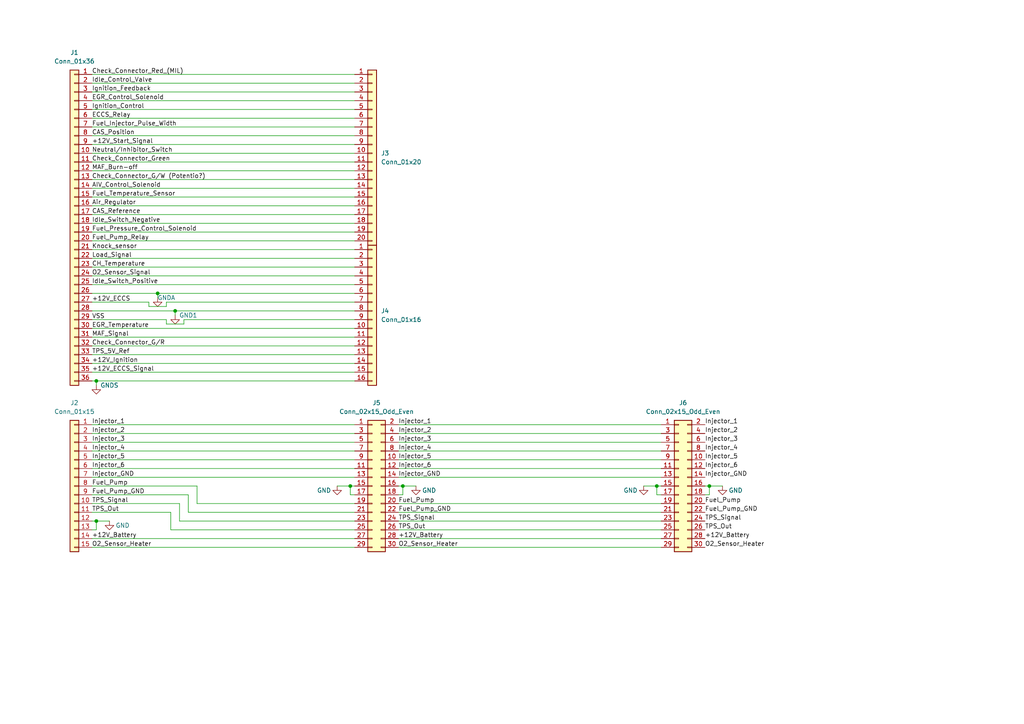
<source format=kicad_sch>
(kicad_sch (version 20230121) (generator eeschema)
  (paper "A4")
  (lib_symbols
    (symbol "Connector_Generic:Conn_01x15" (pin_names (offset 1.016) hide)
      (property "Reference" "J" (at 0 20.32 0))
      (property "Value" "Conn_01x15" (at 0 -20.32 0))
      (symbol "Conn_01x15_1_1"
        (rectangle (start -1.27 -17.653) (end 0 -17.907) (stroke (width 0.1524)))
        (rectangle (start -1.27 -15.113) (end 0 -15.367) (stroke (width 0.1524)))
        (rectangle (start -1.27 -12.573) (end 0 -12.827) (stroke (width 0.1524)))
        (rectangle (start -1.27 -10.033) (end 0 -10.287) (stroke (width 0.1524)))
        (rectangle (start -1.27 -7.493) (end 0 -7.747) (stroke (width 0.1524)))
        (rectangle (start -1.27 -4.953) (end 0 -5.207) (stroke (width 0.1524)))
        (rectangle (start -1.27 -2.413) (end 0 -2.667) (stroke (width 0.1524)))
        (rectangle (start -1.27 0.127) (end 0 -0.127) (stroke (width 0.1524)))
        (rectangle (start -1.27 2.667) (end 0 2.413) (stroke (width 0.1524)))
        (rectangle (start -1.27 5.207) (end 0 4.953) (stroke (width 0.1524)))
        (rectangle (start -1.27 7.747) (end 0 7.493) (stroke (width 0.1524)))
        (rectangle (start -1.27 10.287) (end 0 10.033) (stroke (width 0.1524)))
        (rectangle (start -1.27 12.827) (end 0 12.573) (stroke (width 0.1524)))
        (rectangle (start -1.27 15.367) (end 0 15.113) (stroke (width 0.1524)))
        (rectangle (start -1.27 17.907) (end 0 17.653) (stroke (width 0.1524)))
        (rectangle (start -1.27 19.05) (end 1.27 -19.05) (stroke (width 0.254)) (fill (type background)))
        (pin passive line (at -5.08 17.78 0) (length 3.81) (name "Pin_1") (number "1"))
        (pin passive line (at -5.08 -5.08 0) (length 3.81) (name "Pin_10") (number "10"))
        (pin passive line (at -5.08 -7.62 0) (length 3.81) (name "Pin_11") (number "11"))
        (pin passive line (at -5.08 -10.16 0) (length 3.81) (name "Pin_12") (number "12"))
        (pin passive line (at -5.08 -12.7 0) (length 3.81) (name "Pin_13") (number "13"))
        (pin passive line (at -5.08 -15.24 0) (length 3.81) (name "Pin_14") (number "14"))
        (pin passive line (at -5.08 -17.78 0) (length 3.81) (name "Pin_15") (number "15"))
        (pin passive line (at -5.08 15.24 0) (length 3.81) (name "Pin_2") (number "2"))
        (pin passive line (at -5.08 12.7 0) (length 3.81) (name "Pin_3") (number "3"))
        (pin passive line (at -5.08 10.16 0) (length 3.81) (name "Pin_4") (number "4"))
        (pin passive line (at -5.08 7.62 0) (length 3.81) (name "Pin_5") (number "5"))
        (pin passive line (at -5.08 5.08 0) (length 3.81) (name "Pin_6") (number "6"))
        (pin passive line (at -5.08 2.54 0) (length 3.81) (name "Pin_7") (number "7"))
        (pin passive line (at -5.08 0 0) (length 3.81) (name "Pin_8") (number "8"))
        (pin passive line (at -5.08 -2.54 0) (length 3.81) (name "Pin_9") (number "9"))
      )
    )
    (symbol "Connector_Generic:Conn_01x16" (pin_names (offset 1.016) hide)
      (property "Reference" "J" (at 0 20.32 0))
      (property "Value" "Conn_01x16" (at 0 -22.86 0))
      (symbol "Conn_01x16_1_1"
        (rectangle (start -1.27 -20.193) (end 0 -20.447) (stroke (width 0.1524)))
        (rectangle (start -1.27 -17.653) (end 0 -17.907) (stroke (width 0.1524)))
        (rectangle (start -1.27 -15.113) (end 0 -15.367) (stroke (width 0.1524)))
        (rectangle (start -1.27 -12.573) (end 0 -12.827) (stroke (width 0.1524)))
        (rectangle (start -1.27 -10.033) (end 0 -10.287) (stroke (width 0.1524)))
        (rectangle (start -1.27 -7.493) (end 0 -7.747) (stroke (width 0.1524)))
        (rectangle (start -1.27 -4.953) (end 0 -5.207) (stroke (width 0.1524)))
        (rectangle (start -1.27 -2.413) (end 0 -2.667) (stroke (width 0.1524)))
        (rectangle (start -1.27 0.127) (end 0 -0.127) (stroke (width 0.1524)))
        (rectangle (start -1.27 2.667) (end 0 2.413) (stroke (width 0.1524)))
        (rectangle (start -1.27 5.207) (end 0 4.953) (stroke (width 0.1524)))
        (rectangle (start -1.27 7.747) (end 0 7.493) (stroke (width 0.1524)))
        (rectangle (start -1.27 10.287) (end 0 10.033) (stroke (width 0.1524)))
        (rectangle (start -1.27 12.827) (end 0 12.573) (stroke (width 0.1524)))
        (rectangle (start -1.27 15.367) (end 0 15.113) (stroke (width 0.1524)))
        (rectangle (start -1.27 17.907) (end 0 17.653) (stroke (width 0.1524)))
        (rectangle (start -1.27 19.05) (end 1.27 -21.59) (stroke (width 0.254)) (fill (type background)))
        (pin passive line (at -5.08 17.78 0) (length 3.81) (name "Pin_1") (number "1"))
        (pin passive line (at -5.08 -5.08 0) (length 3.81) (name "Pin_10") (number "10"))
        (pin passive line (at -5.08 -7.62 0) (length 3.81) (name "Pin_11") (number "11"))
        (pin passive line (at -5.08 -10.16 0) (length 3.81) (name "Pin_12") (number "12"))
        (pin passive line (at -5.08 -12.7 0) (length 3.81) (name "Pin_13") (number "13"))
        (pin passive line (at -5.08 -15.24 0) (length 3.81) (name "Pin_14") (number "14"))
        (pin passive line (at -5.08 -17.78 0) (length 3.81) (name "Pin_15") (number "15"))
        (pin passive line (at -5.08 -20.32 0) (length 3.81) (name "Pin_16") (number "16"))
        (pin passive line (at -5.08 15.24 0) (length 3.81) (name "Pin_2") (number "2"))
        (pin passive line (at -5.08 12.7 0) (length 3.81) (name "Pin_3") (number "3"))
        (pin passive line (at -5.08 10.16 0) (length 3.81) (name "Pin_4") (number "4"))
        (pin passive line (at -5.08 7.62 0) (length 3.81) (name "Pin_5") (number "5"))
        (pin passive line (at -5.08 5.08 0) (length 3.81) (name "Pin_6") (number "6"))
        (pin passive line (at -5.08 2.54 0) (length 3.81) (name "Pin_7") (number "7"))
        (pin passive line (at -5.08 0 0) (length 3.81) (name "Pin_8") (number "8"))
        (pin passive line (at -5.08 -2.54 0) (length 3.81) (name "Pin_9") (number "9"))
      )
    )
    (symbol "Connector_Generic:Conn_01x20" (pin_names (offset 1.016) hide)
      (property "Reference" "J" (at 0 25.4 0))
      (property "Value" "Conn_01x20" (at 0 -27.94 0))
      (symbol "Conn_01x20_1_1"
        (rectangle (start -1.27 -25.273) (end 0 -25.527) (stroke (width 0.1524)))
        (rectangle (start -1.27 -22.733) (end 0 -22.987) (stroke (width 0.1524)))
        (rectangle (start -1.27 -20.193) (end 0 -20.447) (stroke (width 0.1524)))
        (rectangle (start -1.27 -17.653) (end 0 -17.907) (stroke (width 0.1524)))
        (rectangle (start -1.27 -15.113) (end 0 -15.367) (stroke (width 0.1524)))
        (rectangle (start -1.27 -12.573) (end 0 -12.827) (stroke (width 0.1524)))
        (rectangle (start -1.27 -10.033) (end 0 -10.287) (stroke (width 0.1524)))
        (rectangle (start -1.27 -7.493) (end 0 -7.747) (stroke (width 0.1524)))
        (rectangle (start -1.27 -4.953) (end 0 -5.207) (stroke (width 0.1524)))
        (rectangle (start -1.27 -2.413) (end 0 -2.667) (stroke (width 0.1524)))
        (rectangle (start -1.27 0.127) (end 0 -0.127) (stroke (width 0.1524)))
        (rectangle (start -1.27 2.667) (end 0 2.413) (stroke (width 0.1524)))
        (rectangle (start -1.27 5.207) (end 0 4.953) (stroke (width 0.1524)))
        (rectangle (start -1.27 7.747) (end 0 7.493) (stroke (width 0.1524)))
        (rectangle (start -1.27 10.287) (end 0 10.033) (stroke (width 0.1524)))
        (rectangle (start -1.27 12.827) (end 0 12.573) (stroke (width 0.1524)))
        (rectangle (start -1.27 15.367) (end 0 15.113) (stroke (width 0.1524)))
        (rectangle (start -1.27 17.907) (end 0 17.653) (stroke (width 0.1524)))
        (rectangle (start -1.27 20.447) (end 0 20.193) (stroke (width 0.1524)))
        (rectangle (start -1.27 22.987) (end 0 22.733) (stroke (width 0.1524)))
        (rectangle (start -1.27 24.13) (end 1.27 -26.67) (stroke (width 0.254)) (fill (type background)))
        (pin passive line (at -5.08 22.86 0) (length 3.81) (name "Pin_1") (number "1"))
        (pin passive line (at -5.08 0 0) (length 3.81) (name "Pin_10") (number "10"))
        (pin passive line (at -5.08 -2.54 0) (length 3.81) (name "Pin_11") (number "11"))
        (pin passive line (at -5.08 -5.08 0) (length 3.81) (name "Pin_12") (number "12"))
        (pin passive line (at -5.08 -7.62 0) (length 3.81) (name "Pin_13") (number "13"))
        (pin passive line (at -5.08 -10.16 0) (length 3.81) (name "Pin_14") (number "14"))
        (pin passive line (at -5.08 -12.7 0) (length 3.81) (name "Pin_15") (number "15"))
        (pin passive line (at -5.08 -15.24 0) (length 3.81) (name "Pin_16") (number "16"))
        (pin passive line (at -5.08 -17.78 0) (length 3.81) (name "Pin_17") (number "17"))
        (pin passive line (at -5.08 -20.32 0) (length 3.81) (name "Pin_18") (number "18"))
        (pin passive line (at -5.08 -22.86 0) (length 3.81) (name "Pin_19") (number "19"))
        (pin passive line (at -5.08 20.32 0) (length 3.81) (name "Pin_2") (number "2"))
        (pin passive line (at -5.08 -25.4 0) (length 3.81) (name "Pin_20") (number "20"))
        (pin passive line (at -5.08 17.78 0) (length 3.81) (name "Pin_3") (number "3"))
        (pin passive line (at -5.08 15.24 0) (length 3.81) (name "Pin_4") (number "4"))
        (pin passive line (at -5.08 12.7 0) (length 3.81) (name "Pin_5") (number "5"))
        (pin passive line (at -5.08 10.16 0) (length 3.81) (name "Pin_6") (number "6"))
        (pin passive line (at -5.08 7.62 0) (length 3.81) (name "Pin_7") (number "7"))
        (pin passive line (at -5.08 5.08 0) (length 3.81) (name "Pin_8") (number "8"))
        (pin passive line (at -5.08 2.54 0) (length 3.81) (name "Pin_9") (number "9"))
      )
    )
    (symbol "Connector_Generic:Conn_01x36" (pin_names (offset 1.016) hide)
      (property "Reference" "J" (at 0 45.72 0))
      (property "Value" "Conn_01x36" (at 0 -48.26 0))
      (symbol "Conn_01x36_1_1"
        (rectangle (start -1.27 -45.593) (end 0 -45.847) (stroke (width 0.1524)))
        (rectangle (start -1.27 -43.053) (end 0 -43.307) (stroke (width 0.1524)))
        (rectangle (start -1.27 -40.513) (end 0 -40.767) (stroke (width 0.1524)))
        (rectangle (start -1.27 -37.973) (end 0 -38.227) (stroke (width 0.1524)))
        (rectangle (start -1.27 -35.433) (end 0 -35.687) (stroke (width 0.1524)))
        (rectangle (start -1.27 -32.893) (end 0 -33.147) (stroke (width 0.1524)))
        (rectangle (start -1.27 -30.353) (end 0 -30.607) (stroke (width 0.1524)))
        (rectangle (start -1.27 -27.813) (end 0 -28.067) (stroke (width 0.1524)))
        (rectangle (start -1.27 -25.273) (end 0 -25.527) (stroke (width 0.1524)))
        (rectangle (start -1.27 -22.733) (end 0 -22.987) (stroke (width 0.1524)))
        (rectangle (start -1.27 -20.193) (end 0 -20.447) (stroke (width 0.1524)))
        (rectangle (start -1.27 -17.653) (end 0 -17.907) (stroke (width 0.1524)))
        (rectangle (start -1.27 -15.113) (end 0 -15.367) (stroke (width 0.1524)))
        (rectangle (start -1.27 -12.573) (end 0 -12.827) (stroke (width 0.1524)))
        (rectangle (start -1.27 -10.033) (end 0 -10.287) (stroke (width 0.1524)))
        (rectangle (start -1.27 -7.493) (end 0 -7.747) (stroke (width 0.1524)))
        (rectangle (start -1.27 -4.953) (end 0 -5.207) (stroke (width 0.1524)))
        (rectangle (start -1.27 -2.413) (end 0 -2.667) (stroke (width 0.1524)))
        (rectangle (start -1.27 0.127) (end 0 -0.127) (stroke (width 0.1524)))
        (rectangle (start -1.27 2.667) (end 0 2.413) (stroke (width 0.1524)))
        (rectangle (start -1.27 5.207) (end 0 4.953) (stroke (width 0.1524)))
        (rectangle (start -1.27 7.747) (end 0 7.493) (stroke (width 0.1524)))
        (rectangle (start -1.27 10.287) (end 0 10.033) (stroke (width 0.1524)))
        (rectangle (start -1.27 12.827) (end 0 12.573) (stroke (width 0.1524)))
        (rectangle (start -1.27 15.367) (end 0 15.113) (stroke (width 0.1524)))
        (rectangle (start -1.27 17.907) (end 0 17.653) (stroke (width 0.1524)))
        (rectangle (start -1.27 20.447) (end 0 20.193) (stroke (width 0.1524)))
        (rectangle (start -1.27 22.987) (end 0 22.733) (stroke (width 0.1524)))
        (rectangle (start -1.27 25.527) (end 0 25.273) (stroke (width 0.1524)))
        (rectangle (start -1.27 28.067) (end 0 27.813) (stroke (width 0.1524)))
        (rectangle (start -1.27 30.607) (end 0 30.353) (stroke (width 0.1524)))
        (rectangle (start -1.27 33.147) (end 0 32.893) (stroke (width 0.1524)))
        (rectangle (start -1.27 35.687) (end 0 35.433) (stroke (width 0.1524)))
        (rectangle (start -1.27 38.227) (end 0 37.973) (stroke (width 0.1524)))
        (rectangle (start -1.27 40.767) (end 0 40.513) (stroke (width 0.1524)))
        (rectangle (start -1.27 43.307) (end 0 43.053) (stroke (width 0.1524)))
        (rectangle (start -1.27 44.45) (end 1.27 -46.99) (stroke (width 0.254)) (fill (type background)))
        (pin passive line (at -5.08 43.18 0) (length 3.81) (name "Pin_1") (number "1"))
        (pin passive line (at -5.08 20.32 0) (length 3.81) (name "Pin_10") (number "10"))
        (pin passive line (at -5.08 17.78 0) (length 3.81) (name "Pin_11") (number "11"))
        (pin passive line (at -5.08 15.24 0) (length 3.81) (name "Pin_12") (number "12"))
        (pin passive line (at -5.08 12.7 0) (length 3.81) (name "Pin_13") (number "13"))
        (pin passive line (at -5.08 10.16 0) (length 3.81) (name "Pin_14") (number "14"))
        (pin passive line (at -5.08 7.62 0) (length 3.81) (name "Pin_15") (number "15"))
        (pin passive line (at -5.08 5.08 0) (length 3.81) (name "Pin_16") (number "16"))
        (pin passive line (at -5.08 2.54 0) (length 3.81) (name "Pin_17") (number "17"))
        (pin passive line (at -5.08 0 0) (length 3.81) (name "Pin_18") (number "18"))
        (pin passive line (at -5.08 -2.54 0) (length 3.81) (name "Pin_19") (number "19"))
        (pin passive line (at -5.08 40.64 0) (length 3.81) (name "Pin_2") (number "2"))
        (pin passive line (at -5.08 -5.08 0) (length 3.81) (name "Pin_20") (number "20"))
        (pin passive line (at -5.08 -7.62 0) (length 3.81) (name "Pin_21") (number "21"))
        (pin passive line (at -5.08 -10.16 0) (length 3.81) (name "Pin_22") (number "22"))
        (pin passive line (at -5.08 -12.7 0) (length 3.81) (name "Pin_23") (number "23"))
        (pin passive line (at -5.08 -15.24 0) (length 3.81) (name "Pin_24") (number "24"))
        (pin passive line (at -5.08 -17.78 0) (length 3.81) (name "Pin_25") (number "25"))
        (pin passive line (at -5.08 -20.32 0) (length 3.81) (name "Pin_26") (number "26"))
        (pin passive line (at -5.08 -22.86 0) (length 3.81) (name "Pin_27") (number "27"))
        (pin passive line (at -5.08 -25.4 0) (length 3.81) (name "Pin_28") (number "28"))
        (pin passive line (at -5.08 -27.94 0) (length 3.81) (name "Pin_29") (number "29"))
        (pin passive line (at -5.08 38.1 0) (length 3.81) (name "Pin_3") (number "3"))
        (pin passive line (at -5.08 -30.48 0) (length 3.81) (name "Pin_30") (number "30"))
        (pin passive line (at -5.08 -33.02 0) (length 3.81) (name "Pin_31") (number "31"))
        (pin passive line (at -5.08 -35.56 0) (length 3.81) (name "Pin_32") (number "32"))
        (pin passive line (at -5.08 -38.1 0) (length 3.81) (name "Pin_33") (number "33"))
        (pin passive line (at -5.08 -40.64 0) (length 3.81) (name "Pin_34") (number "34"))
        (pin passive line (at -5.08 -43.18 0) (length 3.81) (name "Pin_35") (number "35"))
        (pin passive line (at -5.08 -45.72 0) (length 3.81) (name "Pin_36") (number "36"))
        (pin passive line (at -5.08 35.56 0) (length 3.81) (name "Pin_4") (number "4"))
        (pin passive line (at -5.08 33.02 0) (length 3.81) (name "Pin_5") (number "5"))
        (pin passive line (at -5.08 30.48 0) (length 3.81) (name "Pin_6") (number "6"))
        (pin passive line (at -5.08 27.94 0) (length 3.81) (name "Pin_7") (number "7"))
        (pin passive line (at -5.08 25.4 0) (length 3.81) (name "Pin_8") (number "8"))
        (pin passive line (at -5.08 22.86 0) (length 3.81) (name "Pin_9") (number "9"))
      )
    )
    (symbol "Connector_Generic:Conn_02x15_Odd_Even" (pin_names (offset 1.016) hide)
      (property "Reference" "J" (at 1.27 20.32 0))
      (property "Value" "Conn_02x15_Odd_Even" (at 1.27 -20.32 0))
      (symbol "Conn_02x15_Odd_Even_1_1"
        (rectangle (start -1.27 -17.653) (end 0 -17.907) (stroke (width 0.1524)))
        (rectangle (start -1.27 -15.113) (end 0 -15.367) (stroke (width 0.1524)))
        (rectangle (start -1.27 -12.573) (end 0 -12.827) (stroke (width 0.1524)))
        (rectangle (start -1.27 -10.033) (end 0 -10.287) (stroke (width 0.1524)))
        (rectangle (start -1.27 -7.493) (end 0 -7.747) (stroke (width 0.1524)))
        (rectangle (start -1.27 -4.953) (end 0 -5.207) (stroke (width 0.1524)))
        (rectangle (start -1.27 -2.413) (end 0 -2.667) (stroke (width 0.1524)))
        (rectangle (start -1.27 0.127) (end 0 -0.127) (stroke (width 0.1524)))
        (rectangle (start -1.27 2.667) (end 0 2.413) (stroke (width 0.1524)))
        (rectangle (start -1.27 5.207) (end 0 4.953) (stroke (width 0.1524)))
        (rectangle (start -1.27 7.747) (end 0 7.493) (stroke (width 0.1524)))
        (rectangle (start -1.27 10.287) (end 0 10.033) (stroke (width 0.1524)))
        (rectangle (start -1.27 12.827) (end 0 12.573) (stroke (width 0.1524)))
        (rectangle (start -1.27 15.367) (end 0 15.113) (stroke (width 0.1524)))
        (rectangle (start -1.27 17.907) (end 0 17.653) (stroke (width 0.1524)))
        (rectangle (start -1.27 19.05) (end 3.81 -19.05) (stroke (width 0.254)) (fill (type background)))
        (rectangle (start 3.81 -17.653) (end 2.54 -17.907) (stroke (width 0.1524)))
        (rectangle (start 3.81 -15.113) (end 2.54 -15.367) (stroke (width 0.1524)))
        (rectangle (start 3.81 -12.573) (end 2.54 -12.827) (stroke (width 0.1524)))
        (rectangle (start 3.81 -10.033) (end 2.54 -10.287) (stroke (width 0.1524)))
        (rectangle (start 3.81 -7.493) (end 2.54 -7.747) (stroke (width 0.1524)))
        (rectangle (start 3.81 -4.953) (end 2.54 -5.207) (stroke (width 0.1524)))
        (rectangle (start 3.81 -2.413) (end 2.54 -2.667) (stroke (width 0.1524)))
        (rectangle (start 3.81 0.127) (end 2.54 -0.127) (stroke (width 0.1524)))
        (rectangle (start 3.81 2.667) (end 2.54 2.413) (stroke (width 0.1524)))
        (rectangle (start 3.81 5.207) (end 2.54 4.953) (stroke (width 0.1524)))
        (rectangle (start 3.81 7.747) (end 2.54 7.493) (stroke (width 0.1524)))
        (rectangle (start 3.81 10.287) (end 2.54 10.033) (stroke (width 0.1524)))
        (rectangle (start 3.81 12.827) (end 2.54 12.573) (stroke (width 0.1524)))
        (rectangle (start 3.81 15.367) (end 2.54 15.113) (stroke (width 0.1524)))
        (rectangle (start 3.81 17.907) (end 2.54 17.653) (stroke (width 0.1524)))
        (pin passive line (at -5.08 17.78 0) (length 3.81) (name "Pin_1") (number "1"))
        (pin passive line (at 7.62 7.62 180) (length 3.81) (name "Pin_10") (number "10"))
        (pin passive line (at -5.08 5.08 0) (length 3.81) (name "Pin_11") (number "11"))
        (pin passive line (at 7.62 5.08 180) (length 3.81) (name "Pin_12") (number "12"))
        (pin passive line (at -5.08 2.54 0) (length 3.81) (name "Pin_13") (number "13"))
        (pin passive line (at 7.62 2.54 180) (length 3.81) (name "Pin_14") (number "14"))
        (pin passive line (at -5.08 0 0) (length 3.81) (name "Pin_15") (number "15"))
        (pin passive line (at 7.62 0 180) (length 3.81) (name "Pin_16") (number "16"))
        (pin passive line (at -5.08 -2.54 0) (length 3.81) (name "Pin_17") (number "17"))
        (pin passive line (at 7.62 -2.54 180) (length 3.81) (name "Pin_18") (number "18"))
        (pin passive line (at -5.08 -5.08 0) (length 3.81) (name "Pin_19") (number "19"))
        (pin passive line (at 7.62 17.78 180) (length 3.81) (name "Pin_2") (number "2"))
        (pin passive line (at 7.62 -5.08 180) (length 3.81) (name "Pin_20") (number "20"))
        (pin passive line (at -5.08 -7.62 0) (length 3.81) (name "Pin_21") (number "21"))
        (pin passive line (at 7.62 -7.62 180) (length 3.81) (name "Pin_22") (number "22"))
        (pin passive line (at -5.08 -10.16 0) (length 3.81) (name "Pin_23") (number "23"))
        (pin passive line (at 7.62 -10.16 180) (length 3.81) (name "Pin_24") (number "24"))
        (pin passive line (at -5.08 -12.7 0) (length 3.81) (name "Pin_25") (number "25"))
        (pin passive line (at 7.62 -12.7 180) (length 3.81) (name "Pin_26") (number "26"))
        (pin passive line (at -5.08 -15.24 0) (length 3.81) (name "Pin_27") (number "27"))
        (pin passive line (at 7.62 -15.24 180) (length 3.81) (name "Pin_28") (number "28"))
        (pin passive line (at -5.08 -17.78 0) (length 3.81) (name "Pin_29") (number "29"))
        (pin passive line (at -5.08 15.24 0) (length 3.81) (name "Pin_3") (number "3"))
        (pin passive line (at 7.62 -17.78 180) (length 3.81) (name "Pin_30") (number "30"))
        (pin passive line (at 7.62 15.24 180) (length 3.81) (name "Pin_4") (number "4"))
        (pin passive line (at -5.08 12.7 0) (length 3.81) (name "Pin_5") (number "5"))
        (pin passive line (at 7.62 12.7 180) (length 3.81) (name "Pin_6") (number "6"))
        (pin passive line (at -5.08 10.16 0) (length 3.81) (name "Pin_7") (number "7"))
        (pin passive line (at 7.62 10.16 180) (length 3.81) (name "Pin_8") (number "8"))
        (pin passive line (at -5.08 7.62 0) (length 3.81) (name "Pin_9") (number "9"))
      )
    )
    (symbol "power:GND" (power) (pin_names (offset 0))
      (property "Value" "GND" (at 0 -3.81 0))
      (symbol "GND_0_1"
        (polyline (pts (xy 0 0) (xy 0 -1.27) (xy 1.27 -1.27) (xy 0 -2.54) (xy -1.27 -1.27) (xy 0 -1.27)))
      )
      (symbol "GND_1_1"
        (pin power_in line (at 0 0 270) (length 0) hide (name "GND") (number "1"))
      )
    )
    (symbol "power:GND1" (power) (pin_names (offset 0))
      (property "Value" "GND1" (at 0 -3.81 0))
      (symbol "GND1_0_1"
        (polyline (pts (xy 0 0) (xy 0 -1.27) (xy 1.27 -1.27) (xy 0 -2.54) (xy -1.27 -1.27) (xy 0 -1.27)))
      )
      (symbol "GND1_1_1"
        (pin power_in line (at 0 0 270) (length 0) hide (name "GND1") (number "1"))
      )
    )
    (symbol "power:GNDA" (power) (pin_names (offset 0))
      (property "Value" "GNDA" (at 0 -3.81 0))
      (symbol "GNDA_0_1"
        (polyline (pts (xy 0 0) (xy 0 -1.27) (xy 1.27 -1.27) (xy 0 -2.54) (xy -1.27 -1.27) (xy 0 -1.27)))
      )
      (symbol "GNDA_1_1"
        (pin power_in line (at 0 0 270) (length 0) hide (name "GNDA") (number "1"))
      )
    )
    (symbol "power:GNDS" (power) (pin_names (offset 0))
      (property "Value" "GNDS" (at 0 -3.81 0))
      (symbol "GNDS_0_1"
        (polyline (pts (xy 0 0) (xy 0 -1.27) (xy 1.27 -1.27) (xy 0 -2.54) (xy -1.27 -1.27) (xy 0 -1.27)))
      )
      (symbol "GNDS_1_1"
        (pin power_in line (at 0 0 270) (length 0) hide (name "GNDS") (number "1"))
      )
    )
  )
  (junction (at 50.8 90.17))
  (junction (at 205.74 140.97))
  (junction (at 116.84 140.97))
  (junction (at 45.72 85.09))
  (junction (at 27.94 151.13))
  (junction (at 190.5 140.97))
  (junction (at 101.6 140.97))
  (junction (at 27.94 110.49))
  (wire (pts (xy 26.67 24.13) (xy 102.87 24.13)))
  (wire (pts (xy 191.77 143.51) (xy 190.5 143.51)))
  (wire (pts (xy 115.57 158.75) (xy 191.77 158.75)))
  (wire (pts (xy 26.67 87.63) (xy 43.18 87.63)))
  (wire (pts (xy 26.67 140.97) (xy 57.15 140.97)))
  (wire (pts (xy 26.67 29.21) (xy 102.87 29.21)))
  (wire (pts (xy 115.57 153.67) (xy 191.77 153.67)))
  (wire (pts (xy 26.67 80.01) (xy 102.87 80.01)))
  (wire (pts (xy 26.67 69.85) (xy 102.87 69.85)))
  (wire (pts (xy 26.67 156.21) (xy 102.87 156.21)))
  (wire (pts (xy 115.57 123.19) (xy 191.77 123.19)))
  (wire (pts (xy 26.67 72.39) (xy 102.87 72.39)))
  (wire (pts (xy 26.67 49.53) (xy 102.87 49.53)))
  (wire (pts (xy 26.67 107.95) (xy 102.87 107.95)))
  (wire (pts (xy 26.67 82.55) (xy 102.87 82.55)))
  (wire (pts (xy 54.61 143.51) (xy 26.67 143.51)))
  (wire (pts (xy 26.67 59.69) (xy 102.87 59.69)))
  (wire (pts (xy 102.87 153.67) (xy 49.53 153.67)))
  (wire (pts (xy 57.15 146.05) (xy 102.87 146.05)))
  (wire (pts (xy 26.67 67.31) (xy 102.87 67.31)))
  (wire (pts (xy 26.67 36.83) (xy 102.87 36.83)))
  (wire (pts (xy 102.87 140.97) (xy 101.6 140.97)))
  (wire (pts (xy 115.57 130.81) (xy 191.77 130.81)))
  (wire (pts (xy 26.67 21.59) (xy 102.87 21.59)))
  (wire (pts (xy 115.57 148.59) (xy 191.77 148.59)))
  (wire (pts (xy 191.77 140.97) (xy 190.5 140.97)))
  (wire (pts (xy 116.84 140.97) (xy 116.84 143.51)))
  (wire (pts (xy 26.67 138.43) (xy 102.87 138.43)))
  (wire (pts (xy 45.72 85.09) (xy 102.87 85.09)))
  (wire (pts (xy 190.5 140.97) (xy 190.5 143.51)))
  (wire (pts (xy 115.57 143.51) (xy 116.84 143.51)))
  (wire (pts (xy 26.67 110.49) (xy 27.94 110.49)))
  (wire (pts (xy 49.53 153.67) (xy 49.53 148.59)))
  (wire (pts (xy 27.94 151.13) (xy 31.75 151.13)))
  (wire (pts (xy 50.8 90.17) (xy 102.87 90.17)))
  (wire (pts (xy 43.18 88.9) (xy 48.26 88.9)))
  (wire (pts (xy 26.67 135.89) (xy 102.87 135.89)))
  (wire (pts (xy 204.47 140.97) (xy 205.74 140.97)))
  (wire (pts (xy 26.67 39.37) (xy 102.87 39.37)))
  (wire (pts (xy 48.26 92.71) (xy 48.26 93.98)))
  (wire (pts (xy 205.74 140.97) (xy 209.55 140.97)))
  (wire (pts (xy 115.57 146.05) (xy 191.77 146.05)))
  (wire (pts (xy 204.47 143.51) (xy 205.74 143.51)))
  (wire (pts (xy 26.67 74.93) (xy 102.87 74.93)))
  (wire (pts (xy 115.57 128.27) (xy 191.77 128.27)))
  (wire (pts (xy 48.26 93.98) (xy 53.34 93.98)))
  (wire (pts (xy 27.94 151.13) (xy 27.94 153.67)))
  (wire (pts (xy 26.67 85.09) (xy 45.72 85.09)))
  (wire (pts (xy 52.07 146.05) (xy 52.07 151.13)))
  (wire (pts (xy 26.67 62.23) (xy 102.87 62.23)))
  (wire (pts (xy 53.34 93.98) (xy 53.34 92.71)))
  (wire (pts (xy 26.67 128.27) (xy 102.87 128.27)))
  (wire (pts (xy 26.67 31.75) (xy 102.87 31.75)))
  (wire (pts (xy 48.26 88.9) (xy 48.26 87.63)))
  (wire (pts (xy 26.67 92.71) (xy 48.26 92.71)))
  (wire (pts (xy 116.84 140.97) (xy 120.65 140.97)))
  (wire (pts (xy 26.67 95.25) (xy 102.87 95.25)))
  (wire (pts (xy 26.67 123.19) (xy 102.87 123.19)))
  (wire (pts (xy 54.61 148.59) (xy 54.61 143.51)))
  (wire (pts (xy 49.53 148.59) (xy 26.67 148.59)))
  (wire (pts (xy 26.67 102.87) (xy 102.87 102.87)))
  (wire (pts (xy 50.8 90.17) (xy 50.8 91.44)))
  (wire (pts (xy 26.67 151.13) (xy 27.94 151.13)))
  (wire (pts (xy 115.57 125.73) (xy 191.77 125.73)))
  (wire (pts (xy 27.94 110.49) (xy 27.94 111.76)))
  (wire (pts (xy 26.67 34.29) (xy 102.87 34.29)))
  (wire (pts (xy 26.67 125.73) (xy 102.87 125.73)))
  (wire (pts (xy 45.72 85.09) (xy 45.72 86.36)))
  (wire (pts (xy 26.67 26.67) (xy 102.87 26.67)))
  (wire (pts (xy 26.67 57.15) (xy 102.87 57.15)))
  (wire (pts (xy 26.67 158.75) (xy 102.87 158.75)))
  (wire (pts (xy 43.18 87.63) (xy 43.18 88.9)))
  (wire (pts (xy 26.67 133.35) (xy 102.87 133.35)))
  (wire (pts (xy 115.57 133.35) (xy 191.77 133.35)))
  (wire (pts (xy 26.67 77.47) (xy 102.87 77.47)))
  (wire (pts (xy 26.67 146.05) (xy 52.07 146.05)))
  (wire (pts (xy 205.74 140.97) (xy 205.74 143.51)))
  (wire (pts (xy 115.57 135.89) (xy 191.77 135.89)))
  (wire (pts (xy 53.34 92.71) (xy 102.87 92.71)))
  (wire (pts (xy 102.87 148.59) (xy 54.61 148.59)))
  (wire (pts (xy 26.67 153.67) (xy 27.94 153.67)))
  (wire (pts (xy 26.67 90.17) (xy 50.8 90.17)))
  (wire (pts (xy 115.57 156.21) (xy 191.77 156.21)))
  (wire (pts (xy 115.57 140.97) (xy 116.84 140.97)))
  (wire (pts (xy 48.26 87.63) (xy 102.87 87.63)))
  (wire (pts (xy 115.57 151.13) (xy 191.77 151.13)))
  (wire (pts (xy 26.67 64.77) (xy 102.87 64.77)))
  (wire (pts (xy 26.67 100.33) (xy 102.87 100.33)))
  (wire (pts (xy 26.67 46.99) (xy 102.87 46.99)))
  (wire (pts (xy 102.87 143.51) (xy 101.6 143.51)))
  (wire (pts (xy 26.67 41.91) (xy 102.87 41.91)))
  (wire (pts (xy 26.67 44.45) (xy 102.87 44.45)))
  (wire (pts (xy 101.6 140.97) (xy 101.6 143.51)))
  (wire (pts (xy 101.6 140.97) (xy 97.79 140.97)))
  (wire (pts (xy 26.67 130.81) (xy 102.87 130.81)))
  (wire (pts (xy 57.15 140.97) (xy 57.15 146.05)))
  (wire (pts (xy 26.67 97.79) (xy 102.87 97.79)))
  (wire (pts (xy 26.67 52.07) (xy 102.87 52.07)))
  (wire (pts (xy 115.57 138.43) (xy 191.77 138.43)))
  (wire (pts (xy 26.67 105.41) (xy 102.87 105.41)))
  (wire (pts (xy 26.67 54.61) (xy 102.87 54.61)))
  (wire (pts (xy 27.94 110.49) (xy 102.87 110.49)))
  (wire (pts (xy 190.5 140.97) (xy 186.69 140.97)))
  (wire (pts (xy 52.07 151.13) (xy 102.87 151.13)))
  (label "Fuel_Pump_Relay" (at 26.67 69.85 0))
  (label "Ignition_Control" (at 26.67 31.75 0))
  (label "+12V_ECCS_Signal" (at 26.67 107.95 0))
  (label "Injector_2" (at 115.57 125.73 0))
  (label "Injector_3" (at 26.67 128.27 0))
  (label "+12V_Battery" (at 115.57 156.21 0))
  (label "Neutral{slash}Inhibitor_Switch" (at 26.67 44.45 0))
  (label "Fuel_Pump" (at 115.57 146.05 0))
  (label "CAS_Position" (at 26.67 39.37 0))
  (label "CH_Temperature" (at 26.67 77.47 0))
  (label "CAS_Reference" (at 26.67 62.23 0))
  (label "VSS" (at 26.67 92.71 0))
  (label "Injector_GND" (at 115.57 138.43 0))
  (label "O2_Sensor_Signal" (at 26.67 80.01 0))
  (label "Ignition_Feedback" (at 26.67 26.67 0))
  (label "Injector_4" (at 204.47 130.81 0))
  (label "AIV_Control_Solenoid" (at 26.67 54.61 0))
  (label "TPS_Signal" (at 26.67 146.05 0))
  (label "Injector_GND" (at 26.67 138.43 0))
  (label "TPS_5V_Ref" (at 26.67 102.87 0))
  (label "Injector_6" (at 115.57 135.89 0))
  (label "Injector_5" (at 204.47 133.35 0))
  (label "TPS_Signal" (at 115.57 151.13 0))
  (label "Check_Connector_Red_(MIL)" (at 26.67 21.59 0))
  (label "O2_Sensor_Heater" (at 204.47 158.75 0))
  (label "Injector_6" (at 26.67 135.89 0))
  (label "Injector_6" (at 204.47 135.89 0))
  (label "O2_Sensor_Heater" (at 26.67 158.75 0))
  (label "Fuel_Temperature_Sensor" (at 26.67 57.15 0))
  (label "Knock_sensor" (at 26.67 72.39 0))
  (label "Fuel_Pump" (at 204.47 146.05 0))
  (label "Check_Connector_G{slash}R" (at 26.67 100.33 0))
  (label "TPS_Out" (at 115.57 153.67 0))
  (label "Injector_GND" (at 204.47 138.43 0))
  (label "Injector_4" (at 26.67 130.81 0))
  (label "Fuel_Pump_GND" (at 204.47 148.59 0))
  (label "Idle_Switch_Negative" (at 26.67 64.77 0))
  (label "+12V_Start_Signal" (at 26.67 41.91 0))
  (label "Fuel_Pump_GND" (at 115.57 148.59 0))
  (label "Check_Connector_Green" (at 26.67 46.99 0))
  (label "+12V_Battery" (at 26.67 156.21 0))
  (label "EGR_Temperature" (at 26.67 95.25 0))
  (label "Air_Regulator" (at 26.67 59.69 0))
  (label "Fuel_Pump_GND" (at 26.67 143.51 0))
  (label "ECCS_Relay" (at 26.67 34.29 0))
  (label "Load_Signal" (at 26.67 74.93 0))
  (label "MAF_Burn-off" (at 26.67 49.53 0))
  (label "TPS_Out" (at 26.67 148.59 0))
  (label "Fuel_Injector_Pulse_Width" (at 26.67 36.83 0))
  (label "Injector_3" (at 204.47 128.27 0))
  (label "TPS_Signal" (at 204.47 151.13 0))
  (label "Injector_5" (at 26.67 133.35 0))
  (label "Idle_Control_Valve" (at 26.67 24.13 0))
  (label "TPS_Out" (at 204.47 153.67 0))
  (label "Fuel_Pressure_Control_Solenoid" (at 26.67 67.31 0))
  (label "Idle_Switch_Positive" (at 26.67 82.55 0))
  (label "Injector_2" (at 26.67 125.73 0))
  (label "Injector_4" (at 115.57 130.81 0))
  (label "Injector_2" (at 204.47 125.73 0))
  (label "Injector_1" (at 204.47 123.19 0))
  (label "+12V_ECCS" (at 26.67 87.63 0))
  (label "Check_Connector_G{slash}W (Potentio?)" (at 26.67 52.07 0))
  (label "Injector_3" (at 115.57 128.27 0))
  (label "Injector_5" (at 115.57 133.35 0))
  (label "+12V_Ignition" (at 26.67 105.41 0))
  (label "+12V_Battery" (at 204.47 156.21 0))
  (label "O2_Sensor_Heater" (at 115.57 158.75 0))
  (label "Injector_1" (at 26.67 123.19 0))
  (label "Injector_1" (at 115.57 123.19 0))
  (label "MAF_Signal" (at 26.67 97.79 0))
  (label "EGR_Control_Solenoid" (at 26.67 29.21 0))
  (label "Fuel_Pump" (at 26.67 140.97 0))
  (symbol (lib_id "Connector_Generic:Conn_01x36") (at 21.59 64.77 0) (mirror y) (unit 1)
    (property "Reference" "J1" (at 21.59 15.24 0))
    (property "Value" "Conn_01x36" (at 21.59 17.78 0))
    (property "Footprint" "Personal:TE-172023_Reverse_Number" (effects hide))
  )
  (symbol (lib_id "power:GND") (at 186.69 140.97 0) (mirror y) (unit 1)
    (property "Reference" "#PWR06" (effects hide))
    (property "Value" "GND" (at 182.88 142.24 0))
  )
  (symbol (lib_id "power:GNDS") (at 27.94 111.76 0) (unit 1)
    (property "Reference" "#PWR01" (effects hide))
    (property "Value" "GNDS" (at 31.75 111.76 0))
  )
  (symbol (lib_id "Connector_Generic:Conn_01x16") (at 107.95 90.17 0) (unit 1)
    (property "Reference" "J4" (at 110.49 90.1699 0) (effects (justify left)))
    (property "Value" "Conn_01x16" (at 110.49 92.7099 0) (effects (justify left)))
    (property "Footprint" "Personal:Z31_ECU_Breakout_1" (effects hide))
  )
  (symbol (lib_id "power:GND") (at 31.75 151.13 0) (unit 1)
    (property "Reference" "#PWR02" (effects hide))
    (property "Value" "GND" (at 35.56 152.4 0))
  )
  (symbol (lib_id "Connector_Generic:Conn_02x15_Odd_Even") (at 196.85 140.97 0) (unit 1)
    (property "Reference" "J6" (at 198.12 116.84 0))
    (property "Value" "Conn_02x15_Odd_Even" (at 198.12 119.38 0))
    (property "Footprint" "Connector_PinSocket_2.54mm:PinSocket_2x15_P2.54mm_Vertical" (effects hide))
  )
  (symbol (lib_id "power:GND") (at 97.79 140.97 0) (mirror y) (unit 1)
    (property "Reference" "#PWR04" (effects hide))
    (property "Value" "GND" (at 93.98 142.24 0))
  )
  (symbol (lib_id "Connector_Generic:Conn_01x20") (at 107.95 44.45 0) (unit 1)
    (property "Reference" "J3" (at 110.49 44.4499 0) (effects (justify left)))
    (property "Value" "Conn_01x20" (at 110.49 46.9899 0) (effects (justify left)))
    (property "Footprint" "Personal:Z31_ECU_Breakout_2" (effects hide))
  )
  (symbol (lib_id "Connector_Generic:Conn_02x15_Odd_Even") (at 107.95 140.97 0) (unit 1)
    (property "Reference" "J5" (at 109.22 116.84 0))
    (property "Value" "Conn_02x15_Odd_Even" (at 109.22 119.38 0))
    (property "Footprint" "Connector_PinSocket_2.54mm:PinSocket_2x15_P2.54mm_Vertical" (effects hide))
  )
  (symbol (lib_id "Connector_Generic:Conn_01x15") (at 21.59 140.97 0) (mirror y) (unit 1)
    (property "Reference" "J2" (at 21.59 116.84 0))
    (property "Value" "Conn_01x15" (at 21.59 119.38 0))
    (property "Footprint" "Personal:Z31_15p_ECU" (effects hide))
  )
  (symbol (lib_id "power:GND") (at 209.55 140.97 0) (unit 1)
    (property "Reference" "#PWR07" (effects hide))
    (property "Value" "GND" (at 213.36 142.24 0))
  )
  (symbol (lib_id "power:GND") (at 120.65 140.97 0) (unit 1)
    (property "Reference" "#PWR05" (effects hide))
    (property "Value" "GND" (at 124.46 142.24 0))
  )
  (symbol (lib_id "power:GNDA") (at 45.72 86.36 0) (unit 1)
    (property "Reference" "#PWR03" (effects hide))
    (property "Value" "GNDA" (at 48.26 86.36 0))
  )
  (symbol (lib_id "power:GND1") (at 50.8 91.44 0) (unit 1)
    (property "Reference" "#PWR0101" (effects hide))
    (property "Value" "GND1" (at 54.61 91.44 0))
  )
)
</source>
